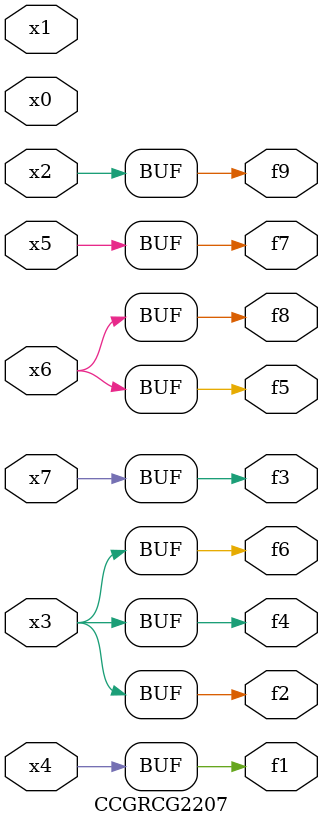
<source format=v>
module CCGRCG2207(
	input x0, x1, x2, x3, x4, x5, x6, x7,
	output f1, f2, f3, f4, f5, f6, f7, f8, f9
);
	assign f1 = x4;
	assign f2 = x3;
	assign f3 = x7;
	assign f4 = x3;
	assign f5 = x6;
	assign f6 = x3;
	assign f7 = x5;
	assign f8 = x6;
	assign f9 = x2;
endmodule

</source>
